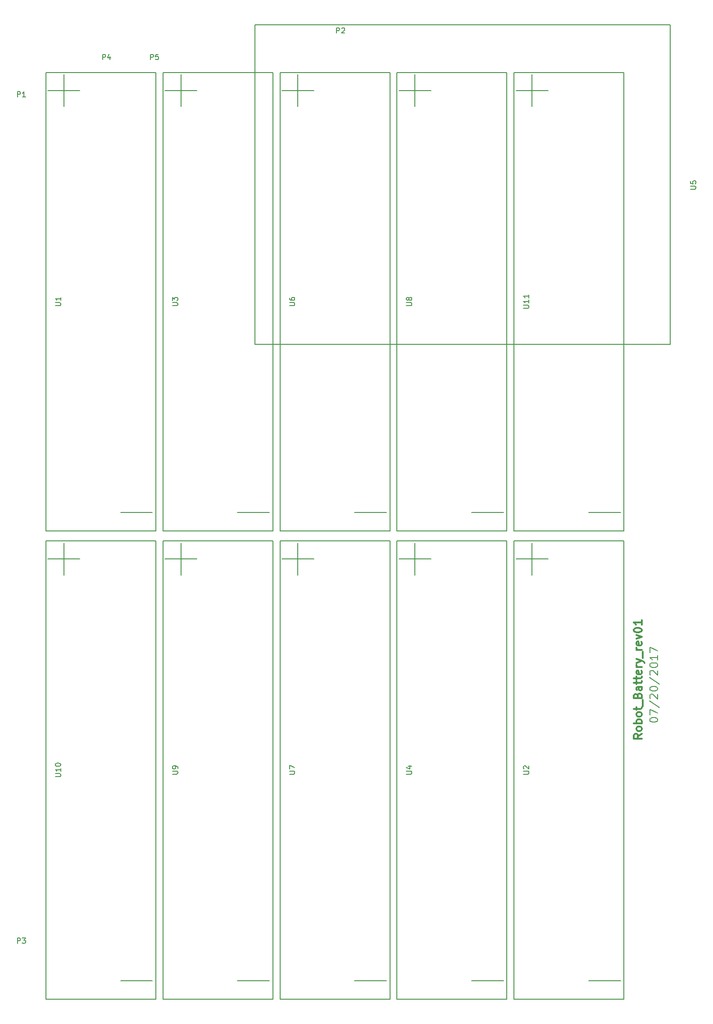
<source format=gbr>
G04 #@! TF.FileFunction,Legend,Top*
%FSLAX46Y46*%
G04 Gerber Fmt 4.6, Leading zero omitted, Abs format (unit mm)*
G04 Created by KiCad (PCBNEW 4.0.6-e0-6349~53~ubuntu16.04.1) date Sun Aug  6 20:38:46 2017*
%MOMM*%
%LPD*%
G01*
G04 APERTURE LIST*
%ADD10C,0.150000*%
%ADD11C,0.300000*%
%ADD12C,0.200000*%
G04 APERTURE END LIST*
D10*
D11*
X135678571Y-155214284D02*
X134964286Y-155714284D01*
X135678571Y-156071427D02*
X134178571Y-156071427D01*
X134178571Y-155499999D01*
X134250000Y-155357141D01*
X134321429Y-155285713D01*
X134464286Y-155214284D01*
X134678571Y-155214284D01*
X134821429Y-155285713D01*
X134892857Y-155357141D01*
X134964286Y-155499999D01*
X134964286Y-156071427D01*
X135678571Y-154357141D02*
X135607143Y-154499999D01*
X135535714Y-154571427D01*
X135392857Y-154642856D01*
X134964286Y-154642856D01*
X134821429Y-154571427D01*
X134750000Y-154499999D01*
X134678571Y-154357141D01*
X134678571Y-154142856D01*
X134750000Y-153999999D01*
X134821429Y-153928570D01*
X134964286Y-153857141D01*
X135392857Y-153857141D01*
X135535714Y-153928570D01*
X135607143Y-153999999D01*
X135678571Y-154142856D01*
X135678571Y-154357141D01*
X135678571Y-153214284D02*
X134178571Y-153214284D01*
X134750000Y-153214284D02*
X134678571Y-153071427D01*
X134678571Y-152785713D01*
X134750000Y-152642856D01*
X134821429Y-152571427D01*
X134964286Y-152499998D01*
X135392857Y-152499998D01*
X135535714Y-152571427D01*
X135607143Y-152642856D01*
X135678571Y-152785713D01*
X135678571Y-153071427D01*
X135607143Y-153214284D01*
X135678571Y-151642855D02*
X135607143Y-151785713D01*
X135535714Y-151857141D01*
X135392857Y-151928570D01*
X134964286Y-151928570D01*
X134821429Y-151857141D01*
X134750000Y-151785713D01*
X134678571Y-151642855D01*
X134678571Y-151428570D01*
X134750000Y-151285713D01*
X134821429Y-151214284D01*
X134964286Y-151142855D01*
X135392857Y-151142855D01*
X135535714Y-151214284D01*
X135607143Y-151285713D01*
X135678571Y-151428570D01*
X135678571Y-151642855D01*
X134678571Y-150714284D02*
X134678571Y-150142855D01*
X134178571Y-150499998D02*
X135464286Y-150499998D01*
X135607143Y-150428570D01*
X135678571Y-150285712D01*
X135678571Y-150142855D01*
X135821429Y-149999998D02*
X135821429Y-148857141D01*
X134892857Y-147999998D02*
X134964286Y-147785712D01*
X135035714Y-147714284D01*
X135178571Y-147642855D01*
X135392857Y-147642855D01*
X135535714Y-147714284D01*
X135607143Y-147785712D01*
X135678571Y-147928570D01*
X135678571Y-148499998D01*
X134178571Y-148499998D01*
X134178571Y-147999998D01*
X134250000Y-147857141D01*
X134321429Y-147785712D01*
X134464286Y-147714284D01*
X134607143Y-147714284D01*
X134750000Y-147785712D01*
X134821429Y-147857141D01*
X134892857Y-147999998D01*
X134892857Y-148499998D01*
X135678571Y-146357141D02*
X134892857Y-146357141D01*
X134750000Y-146428570D01*
X134678571Y-146571427D01*
X134678571Y-146857141D01*
X134750000Y-146999998D01*
X135607143Y-146357141D02*
X135678571Y-146499998D01*
X135678571Y-146857141D01*
X135607143Y-146999998D01*
X135464286Y-147071427D01*
X135321429Y-147071427D01*
X135178571Y-146999998D01*
X135107143Y-146857141D01*
X135107143Y-146499998D01*
X135035714Y-146357141D01*
X134678571Y-145857141D02*
X134678571Y-145285712D01*
X134178571Y-145642855D02*
X135464286Y-145642855D01*
X135607143Y-145571427D01*
X135678571Y-145428569D01*
X135678571Y-145285712D01*
X134678571Y-144999998D02*
X134678571Y-144428569D01*
X134178571Y-144785712D02*
X135464286Y-144785712D01*
X135607143Y-144714284D01*
X135678571Y-144571426D01*
X135678571Y-144428569D01*
X135607143Y-143357141D02*
X135678571Y-143499998D01*
X135678571Y-143785712D01*
X135607143Y-143928569D01*
X135464286Y-143999998D01*
X134892857Y-143999998D01*
X134750000Y-143928569D01*
X134678571Y-143785712D01*
X134678571Y-143499998D01*
X134750000Y-143357141D01*
X134892857Y-143285712D01*
X135035714Y-143285712D01*
X135178571Y-143999998D01*
X135678571Y-142642855D02*
X134678571Y-142642855D01*
X134964286Y-142642855D02*
X134821429Y-142571427D01*
X134750000Y-142499998D01*
X134678571Y-142357141D01*
X134678571Y-142214284D01*
X134678571Y-141857141D02*
X135678571Y-141499998D01*
X134678571Y-141142856D02*
X135678571Y-141499998D01*
X136035714Y-141642856D01*
X136107143Y-141714284D01*
X136178571Y-141857141D01*
X135821429Y-140928570D02*
X135821429Y-139785713D01*
X135678571Y-139428570D02*
X134678571Y-139428570D01*
X134964286Y-139428570D02*
X134821429Y-139357142D01*
X134750000Y-139285713D01*
X134678571Y-139142856D01*
X134678571Y-138999999D01*
X135607143Y-137928571D02*
X135678571Y-138071428D01*
X135678571Y-138357142D01*
X135607143Y-138499999D01*
X135464286Y-138571428D01*
X134892857Y-138571428D01*
X134750000Y-138499999D01*
X134678571Y-138357142D01*
X134678571Y-138071428D01*
X134750000Y-137928571D01*
X134892857Y-137857142D01*
X135035714Y-137857142D01*
X135178571Y-138571428D01*
X134678571Y-137357142D02*
X135678571Y-136999999D01*
X134678571Y-136642857D01*
X134178571Y-135785714D02*
X134178571Y-135642857D01*
X134250000Y-135500000D01*
X134321429Y-135428571D01*
X134464286Y-135357142D01*
X134750000Y-135285714D01*
X135107143Y-135285714D01*
X135392857Y-135357142D01*
X135535714Y-135428571D01*
X135607143Y-135500000D01*
X135678571Y-135642857D01*
X135678571Y-135785714D01*
X135607143Y-135928571D01*
X135535714Y-136000000D01*
X135392857Y-136071428D01*
X135107143Y-136142857D01*
X134750000Y-136142857D01*
X134464286Y-136071428D01*
X134321429Y-136000000D01*
X134250000Y-135928571D01*
X134178571Y-135785714D01*
X135678571Y-133857143D02*
X135678571Y-134714286D01*
X135678571Y-134285714D02*
X134178571Y-134285714D01*
X134392857Y-134428571D01*
X134535714Y-134571429D01*
X134607143Y-134714286D01*
D12*
X137178571Y-152642856D02*
X137178571Y-152499999D01*
X137250000Y-152357142D01*
X137321429Y-152285713D01*
X137464286Y-152214284D01*
X137750000Y-152142856D01*
X138107143Y-152142856D01*
X138392857Y-152214284D01*
X138535714Y-152285713D01*
X138607143Y-152357142D01*
X138678571Y-152499999D01*
X138678571Y-152642856D01*
X138607143Y-152785713D01*
X138535714Y-152857142D01*
X138392857Y-152928570D01*
X138107143Y-152999999D01*
X137750000Y-152999999D01*
X137464286Y-152928570D01*
X137321429Y-152857142D01*
X137250000Y-152785713D01*
X137178571Y-152642856D01*
X137178571Y-151642856D02*
X137178571Y-150642856D01*
X138678571Y-151285713D01*
X137107143Y-149000000D02*
X139035714Y-150285714D01*
X137321429Y-148571428D02*
X137250000Y-148499999D01*
X137178571Y-148357142D01*
X137178571Y-147999999D01*
X137250000Y-147857142D01*
X137321429Y-147785713D01*
X137464286Y-147714285D01*
X137607143Y-147714285D01*
X137821429Y-147785713D01*
X138678571Y-148642856D01*
X138678571Y-147714285D01*
X137178571Y-146785714D02*
X137178571Y-146642857D01*
X137250000Y-146500000D01*
X137321429Y-146428571D01*
X137464286Y-146357142D01*
X137750000Y-146285714D01*
X138107143Y-146285714D01*
X138392857Y-146357142D01*
X138535714Y-146428571D01*
X138607143Y-146500000D01*
X138678571Y-146642857D01*
X138678571Y-146785714D01*
X138607143Y-146928571D01*
X138535714Y-147000000D01*
X138392857Y-147071428D01*
X138107143Y-147142857D01*
X137750000Y-147142857D01*
X137464286Y-147071428D01*
X137321429Y-147000000D01*
X137250000Y-146928571D01*
X137178571Y-146785714D01*
X137107143Y-144571429D02*
X139035714Y-145857143D01*
X137321429Y-144142857D02*
X137250000Y-144071428D01*
X137178571Y-143928571D01*
X137178571Y-143571428D01*
X137250000Y-143428571D01*
X137321429Y-143357142D01*
X137464286Y-143285714D01*
X137607143Y-143285714D01*
X137821429Y-143357142D01*
X138678571Y-144214285D01*
X138678571Y-143285714D01*
X137178571Y-142357143D02*
X137178571Y-142214286D01*
X137250000Y-142071429D01*
X137321429Y-142000000D01*
X137464286Y-141928571D01*
X137750000Y-141857143D01*
X138107143Y-141857143D01*
X138392857Y-141928571D01*
X138535714Y-142000000D01*
X138607143Y-142071429D01*
X138678571Y-142214286D01*
X138678571Y-142357143D01*
X138607143Y-142500000D01*
X138535714Y-142571429D01*
X138392857Y-142642857D01*
X138107143Y-142714286D01*
X137750000Y-142714286D01*
X137464286Y-142642857D01*
X137321429Y-142571429D01*
X137250000Y-142500000D01*
X137178571Y-142357143D01*
X138678571Y-140428572D02*
X138678571Y-141285715D01*
X138678571Y-140857143D02*
X137178571Y-140857143D01*
X137392857Y-141000000D01*
X137535714Y-141142858D01*
X137607143Y-141285715D01*
X137178571Y-139928572D02*
X137178571Y-138928572D01*
X138678571Y-139571429D01*
D10*
X103700000Y-201600000D02*
X109700000Y-201600000D01*
X93050000Y-125350000D02*
X93050000Y-119350000D01*
X90050000Y-122350000D02*
X96050000Y-122350000D01*
X110325000Y-118950000D02*
X89675000Y-118950000D01*
X110325000Y-205050000D02*
X89675000Y-205050000D01*
X89675000Y-118950000D02*
X89675000Y-205050000D01*
X110325000Y-118950000D02*
X110325000Y-205050000D01*
X141000000Y-82000000D02*
X141000000Y-22000000D01*
X63000000Y-82000000D02*
X63000000Y-22000000D01*
X63000000Y-22000000D02*
X141000000Y-22000000D01*
X63000000Y-82000000D02*
X141000000Y-82000000D01*
X125700000Y-113600000D02*
X131700000Y-113600000D01*
X115050000Y-37350000D02*
X115050000Y-31350000D01*
X112050000Y-34350000D02*
X118050000Y-34350000D01*
X132325000Y-30950000D02*
X111675000Y-30950000D01*
X132325000Y-117050000D02*
X111675000Y-117050000D01*
X111675000Y-30950000D02*
X111675000Y-117050000D01*
X132325000Y-30950000D02*
X132325000Y-117050000D01*
X37700000Y-201600000D02*
X43700000Y-201600000D01*
X27050000Y-125350000D02*
X27050000Y-119350000D01*
X24050000Y-122350000D02*
X30050000Y-122350000D01*
X44325000Y-118950000D02*
X23675000Y-118950000D01*
X44325000Y-205050000D02*
X23675000Y-205050000D01*
X23675000Y-118950000D02*
X23675000Y-205050000D01*
X44325000Y-118950000D02*
X44325000Y-205050000D01*
X59700000Y-201600000D02*
X65700000Y-201600000D01*
X49050000Y-125350000D02*
X49050000Y-119350000D01*
X46050000Y-122350000D02*
X52050000Y-122350000D01*
X66325000Y-118950000D02*
X45675000Y-118950000D01*
X66325000Y-205050000D02*
X45675000Y-205050000D01*
X45675000Y-118950000D02*
X45675000Y-205050000D01*
X66325000Y-118950000D02*
X66325000Y-205050000D01*
X103700000Y-113600000D02*
X109700000Y-113600000D01*
X93050000Y-37350000D02*
X93050000Y-31350000D01*
X90050000Y-34350000D02*
X96050000Y-34350000D01*
X110325000Y-30950000D02*
X89675000Y-30950000D01*
X110325000Y-117050000D02*
X89675000Y-117050000D01*
X89675000Y-30950000D02*
X89675000Y-117050000D01*
X110325000Y-30950000D02*
X110325000Y-117050000D01*
X81700000Y-201600000D02*
X87700000Y-201600000D01*
X71050000Y-125350000D02*
X71050000Y-119350000D01*
X68050000Y-122350000D02*
X74050000Y-122350000D01*
X88325000Y-118950000D02*
X67675000Y-118950000D01*
X88325000Y-205050000D02*
X67675000Y-205050000D01*
X67675000Y-118950000D02*
X67675000Y-205050000D01*
X88325000Y-118950000D02*
X88325000Y-205050000D01*
X81700000Y-113600000D02*
X87700000Y-113600000D01*
X71050000Y-37350000D02*
X71050000Y-31350000D01*
X68050000Y-34350000D02*
X74050000Y-34350000D01*
X88325000Y-30950000D02*
X67675000Y-30950000D01*
X88325000Y-117050000D02*
X67675000Y-117050000D01*
X67675000Y-30950000D02*
X67675000Y-117050000D01*
X88325000Y-30950000D02*
X88325000Y-117050000D01*
X59700000Y-113600000D02*
X65700000Y-113600000D01*
X49050000Y-37350000D02*
X49050000Y-31350000D01*
X46050000Y-34350000D02*
X52050000Y-34350000D01*
X66325000Y-30950000D02*
X45675000Y-30950000D01*
X66325000Y-117050000D02*
X45675000Y-117050000D01*
X45675000Y-30950000D02*
X45675000Y-117050000D01*
X66325000Y-30950000D02*
X66325000Y-117050000D01*
X125700000Y-201600000D02*
X131700000Y-201600000D01*
X115050000Y-125350000D02*
X115050000Y-119350000D01*
X112050000Y-122350000D02*
X118050000Y-122350000D01*
X132325000Y-118950000D02*
X111675000Y-118950000D01*
X132325000Y-205050000D02*
X111675000Y-205050000D01*
X111675000Y-118950000D02*
X111675000Y-205050000D01*
X132325000Y-118950000D02*
X132325000Y-205050000D01*
X37700000Y-113600000D02*
X43700000Y-113600000D01*
X27050000Y-37350000D02*
X27050000Y-31350000D01*
X24050000Y-34350000D02*
X30050000Y-34350000D01*
X44325000Y-30950000D02*
X23675000Y-30950000D01*
X44325000Y-117050000D02*
X23675000Y-117050000D01*
X23675000Y-30950000D02*
X23675000Y-117050000D01*
X44325000Y-30950000D02*
X44325000Y-117050000D01*
X91452381Y-162761905D02*
X92261905Y-162761905D01*
X92357143Y-162714286D01*
X92404762Y-162666667D01*
X92452381Y-162571429D01*
X92452381Y-162380952D01*
X92404762Y-162285714D01*
X92357143Y-162238095D01*
X92261905Y-162190476D01*
X91452381Y-162190476D01*
X91785714Y-161285714D02*
X92452381Y-161285714D01*
X91404762Y-161523810D02*
X92119048Y-161761905D01*
X92119048Y-161142857D01*
X144852381Y-52861905D02*
X145661905Y-52861905D01*
X145757143Y-52814286D01*
X145804762Y-52766667D01*
X145852381Y-52671429D01*
X145852381Y-52480952D01*
X145804762Y-52385714D01*
X145757143Y-52338095D01*
X145661905Y-52290476D01*
X144852381Y-52290476D01*
X144852381Y-51338095D02*
X144852381Y-51814286D01*
X145328571Y-51861905D01*
X145280952Y-51814286D01*
X145233333Y-51719048D01*
X145233333Y-51480952D01*
X145280952Y-51385714D01*
X145328571Y-51338095D01*
X145423810Y-51290476D01*
X145661905Y-51290476D01*
X145757143Y-51338095D01*
X145804762Y-51385714D01*
X145852381Y-51480952D01*
X145852381Y-51719048D01*
X145804762Y-51814286D01*
X145757143Y-51861905D01*
X113452381Y-75238095D02*
X114261905Y-75238095D01*
X114357143Y-75190476D01*
X114404762Y-75142857D01*
X114452381Y-75047619D01*
X114452381Y-74857142D01*
X114404762Y-74761904D01*
X114357143Y-74714285D01*
X114261905Y-74666666D01*
X113452381Y-74666666D01*
X114452381Y-73666666D02*
X114452381Y-74238095D01*
X114452381Y-73952381D02*
X113452381Y-73952381D01*
X113595238Y-74047619D01*
X113690476Y-74142857D01*
X113738095Y-74238095D01*
X114452381Y-72714285D02*
X114452381Y-73285714D01*
X114452381Y-73000000D02*
X113452381Y-73000000D01*
X113595238Y-73095238D01*
X113690476Y-73190476D01*
X113738095Y-73285714D01*
X25452381Y-163238095D02*
X26261905Y-163238095D01*
X26357143Y-163190476D01*
X26404762Y-163142857D01*
X26452381Y-163047619D01*
X26452381Y-162857142D01*
X26404762Y-162761904D01*
X26357143Y-162714285D01*
X26261905Y-162666666D01*
X25452381Y-162666666D01*
X26452381Y-161666666D02*
X26452381Y-162238095D01*
X26452381Y-161952381D02*
X25452381Y-161952381D01*
X25595238Y-162047619D01*
X25690476Y-162142857D01*
X25738095Y-162238095D01*
X25452381Y-161047619D02*
X25452381Y-160952380D01*
X25500000Y-160857142D01*
X25547619Y-160809523D01*
X25642857Y-160761904D01*
X25833333Y-160714285D01*
X26071429Y-160714285D01*
X26261905Y-160761904D01*
X26357143Y-160809523D01*
X26404762Y-160857142D01*
X26452381Y-160952380D01*
X26452381Y-161047619D01*
X26404762Y-161142857D01*
X26357143Y-161190476D01*
X26261905Y-161238095D01*
X26071429Y-161285714D01*
X25833333Y-161285714D01*
X25642857Y-161238095D01*
X25547619Y-161190476D01*
X25500000Y-161142857D01*
X25452381Y-161047619D01*
X47452381Y-162761905D02*
X48261905Y-162761905D01*
X48357143Y-162714286D01*
X48404762Y-162666667D01*
X48452381Y-162571429D01*
X48452381Y-162380952D01*
X48404762Y-162285714D01*
X48357143Y-162238095D01*
X48261905Y-162190476D01*
X47452381Y-162190476D01*
X48452381Y-161666667D02*
X48452381Y-161476191D01*
X48404762Y-161380952D01*
X48357143Y-161333333D01*
X48214286Y-161238095D01*
X48023810Y-161190476D01*
X47642857Y-161190476D01*
X47547619Y-161238095D01*
X47500000Y-161285714D01*
X47452381Y-161380952D01*
X47452381Y-161571429D01*
X47500000Y-161666667D01*
X47547619Y-161714286D01*
X47642857Y-161761905D01*
X47880952Y-161761905D01*
X47976190Y-161714286D01*
X48023810Y-161666667D01*
X48071429Y-161571429D01*
X48071429Y-161380952D01*
X48023810Y-161285714D01*
X47976190Y-161238095D01*
X47880952Y-161190476D01*
X91452381Y-74761905D02*
X92261905Y-74761905D01*
X92357143Y-74714286D01*
X92404762Y-74666667D01*
X92452381Y-74571429D01*
X92452381Y-74380952D01*
X92404762Y-74285714D01*
X92357143Y-74238095D01*
X92261905Y-74190476D01*
X91452381Y-74190476D01*
X91880952Y-73571429D02*
X91833333Y-73666667D01*
X91785714Y-73714286D01*
X91690476Y-73761905D01*
X91642857Y-73761905D01*
X91547619Y-73714286D01*
X91500000Y-73666667D01*
X91452381Y-73571429D01*
X91452381Y-73380952D01*
X91500000Y-73285714D01*
X91547619Y-73238095D01*
X91642857Y-73190476D01*
X91690476Y-73190476D01*
X91785714Y-73238095D01*
X91833333Y-73285714D01*
X91880952Y-73380952D01*
X91880952Y-73571429D01*
X91928571Y-73666667D01*
X91976190Y-73714286D01*
X92071429Y-73761905D01*
X92261905Y-73761905D01*
X92357143Y-73714286D01*
X92404762Y-73666667D01*
X92452381Y-73571429D01*
X92452381Y-73380952D01*
X92404762Y-73285714D01*
X92357143Y-73238095D01*
X92261905Y-73190476D01*
X92071429Y-73190476D01*
X91976190Y-73238095D01*
X91928571Y-73285714D01*
X91880952Y-73380952D01*
X69452381Y-162761905D02*
X70261905Y-162761905D01*
X70357143Y-162714286D01*
X70404762Y-162666667D01*
X70452381Y-162571429D01*
X70452381Y-162380952D01*
X70404762Y-162285714D01*
X70357143Y-162238095D01*
X70261905Y-162190476D01*
X69452381Y-162190476D01*
X69452381Y-161809524D02*
X69452381Y-161142857D01*
X70452381Y-161571429D01*
X69452381Y-74761905D02*
X70261905Y-74761905D01*
X70357143Y-74714286D01*
X70404762Y-74666667D01*
X70452381Y-74571429D01*
X70452381Y-74380952D01*
X70404762Y-74285714D01*
X70357143Y-74238095D01*
X70261905Y-74190476D01*
X69452381Y-74190476D01*
X69452381Y-73285714D02*
X69452381Y-73476191D01*
X69500000Y-73571429D01*
X69547619Y-73619048D01*
X69690476Y-73714286D01*
X69880952Y-73761905D01*
X70261905Y-73761905D01*
X70357143Y-73714286D01*
X70404762Y-73666667D01*
X70452381Y-73571429D01*
X70452381Y-73380952D01*
X70404762Y-73285714D01*
X70357143Y-73238095D01*
X70261905Y-73190476D01*
X70023810Y-73190476D01*
X69928571Y-73238095D01*
X69880952Y-73285714D01*
X69833333Y-73380952D01*
X69833333Y-73571429D01*
X69880952Y-73666667D01*
X69928571Y-73714286D01*
X70023810Y-73761905D01*
X47452381Y-74761905D02*
X48261905Y-74761905D01*
X48357143Y-74714286D01*
X48404762Y-74666667D01*
X48452381Y-74571429D01*
X48452381Y-74380952D01*
X48404762Y-74285714D01*
X48357143Y-74238095D01*
X48261905Y-74190476D01*
X47452381Y-74190476D01*
X47452381Y-73809524D02*
X47452381Y-73190476D01*
X47833333Y-73523810D01*
X47833333Y-73380952D01*
X47880952Y-73285714D01*
X47928571Y-73238095D01*
X48023810Y-73190476D01*
X48261905Y-73190476D01*
X48357143Y-73238095D01*
X48404762Y-73285714D01*
X48452381Y-73380952D01*
X48452381Y-73666667D01*
X48404762Y-73761905D01*
X48357143Y-73809524D01*
X113452381Y-162761905D02*
X114261905Y-162761905D01*
X114357143Y-162714286D01*
X114404762Y-162666667D01*
X114452381Y-162571429D01*
X114452381Y-162380952D01*
X114404762Y-162285714D01*
X114357143Y-162238095D01*
X114261905Y-162190476D01*
X113452381Y-162190476D01*
X113547619Y-161761905D02*
X113500000Y-161714286D01*
X113452381Y-161619048D01*
X113452381Y-161380952D01*
X113500000Y-161285714D01*
X113547619Y-161238095D01*
X113642857Y-161190476D01*
X113738095Y-161190476D01*
X113880952Y-161238095D01*
X114452381Y-161809524D01*
X114452381Y-161190476D01*
X25452381Y-74761905D02*
X26261905Y-74761905D01*
X26357143Y-74714286D01*
X26404762Y-74666667D01*
X26452381Y-74571429D01*
X26452381Y-74380952D01*
X26404762Y-74285714D01*
X26357143Y-74238095D01*
X26261905Y-74190476D01*
X25452381Y-74190476D01*
X26452381Y-73190476D02*
X26452381Y-73761905D01*
X26452381Y-73476191D02*
X25452381Y-73476191D01*
X25595238Y-73571429D01*
X25690476Y-73666667D01*
X25738095Y-73761905D01*
X18311905Y-35552381D02*
X18311905Y-34552381D01*
X18692858Y-34552381D01*
X18788096Y-34600000D01*
X18835715Y-34647619D01*
X18883334Y-34742857D01*
X18883334Y-34885714D01*
X18835715Y-34980952D01*
X18788096Y-35028571D01*
X18692858Y-35076190D01*
X18311905Y-35076190D01*
X19835715Y-35552381D02*
X19264286Y-35552381D01*
X19550000Y-35552381D02*
X19550000Y-34552381D01*
X19454762Y-34695238D01*
X19359524Y-34790476D01*
X19264286Y-34838095D01*
X78311905Y-23552381D02*
X78311905Y-22552381D01*
X78692858Y-22552381D01*
X78788096Y-22600000D01*
X78835715Y-22647619D01*
X78883334Y-22742857D01*
X78883334Y-22885714D01*
X78835715Y-22980952D01*
X78788096Y-23028571D01*
X78692858Y-23076190D01*
X78311905Y-23076190D01*
X79264286Y-22647619D02*
X79311905Y-22600000D01*
X79407143Y-22552381D01*
X79645239Y-22552381D01*
X79740477Y-22600000D01*
X79788096Y-22647619D01*
X79835715Y-22742857D01*
X79835715Y-22838095D01*
X79788096Y-22980952D01*
X79216667Y-23552381D01*
X79835715Y-23552381D01*
X18311905Y-194552381D02*
X18311905Y-193552381D01*
X18692858Y-193552381D01*
X18788096Y-193600000D01*
X18835715Y-193647619D01*
X18883334Y-193742857D01*
X18883334Y-193885714D01*
X18835715Y-193980952D01*
X18788096Y-194028571D01*
X18692858Y-194076190D01*
X18311905Y-194076190D01*
X19216667Y-193552381D02*
X19835715Y-193552381D01*
X19502381Y-193933333D01*
X19645239Y-193933333D01*
X19740477Y-193980952D01*
X19788096Y-194028571D01*
X19835715Y-194123810D01*
X19835715Y-194361905D01*
X19788096Y-194457143D01*
X19740477Y-194504762D01*
X19645239Y-194552381D01*
X19359524Y-194552381D01*
X19264286Y-194504762D01*
X19216667Y-194457143D01*
X34311905Y-28552381D02*
X34311905Y-27552381D01*
X34692858Y-27552381D01*
X34788096Y-27600000D01*
X34835715Y-27647619D01*
X34883334Y-27742857D01*
X34883334Y-27885714D01*
X34835715Y-27980952D01*
X34788096Y-28028571D01*
X34692858Y-28076190D01*
X34311905Y-28076190D01*
X35740477Y-27885714D02*
X35740477Y-28552381D01*
X35502381Y-27504762D02*
X35264286Y-28219048D01*
X35883334Y-28219048D01*
X43311905Y-28552381D02*
X43311905Y-27552381D01*
X43692858Y-27552381D01*
X43788096Y-27600000D01*
X43835715Y-27647619D01*
X43883334Y-27742857D01*
X43883334Y-27885714D01*
X43835715Y-27980952D01*
X43788096Y-28028571D01*
X43692858Y-28076190D01*
X43311905Y-28076190D01*
X44788096Y-27552381D02*
X44311905Y-27552381D01*
X44264286Y-28028571D01*
X44311905Y-27980952D01*
X44407143Y-27933333D01*
X44645239Y-27933333D01*
X44740477Y-27980952D01*
X44788096Y-28028571D01*
X44835715Y-28123810D01*
X44835715Y-28361905D01*
X44788096Y-28457143D01*
X44740477Y-28504762D01*
X44645239Y-28552381D01*
X44407143Y-28552381D01*
X44311905Y-28504762D01*
X44264286Y-28457143D01*
M02*

</source>
